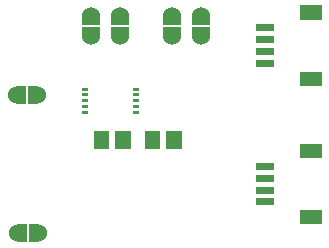
<source format=gbr>
G04 start of page 10 for group -4015 idx -4015 *
G04 Title: (unknown), toppaste *
G04 Creator: pcb 20140316 *
G04 CreationDate: Tue 26 Feb 2019 04:37:41 AM GMT UTC *
G04 For: railfan *
G04 Format: Gerber/RS-274X *
G04 PCB-Dimensions (mil): 1600.00 1600.00 *
G04 PCB-Coordinate-Origin: lower left *
%MOIN*%
%FSLAX25Y25*%
%LNTOPPASTE*%
%ADD65R,0.0100X0.0100*%
%ADD64R,0.0472X0.0472*%
%ADD63R,0.0236X0.0236*%
%ADD62R,0.0512X0.0512*%
%ADD61R,0.0300X0.0300*%
%ADD60C,0.0600*%
G54D60*X58100Y40000D03*
G54D61*X59600Y41500D02*Y38500D01*
G54D60*X64900Y40000D03*
G54D61*X63400Y41500D02*Y38500D01*
G54D60*X57700Y86000D03*
G54D61*X59200Y87500D02*Y84500D01*
G54D60*X64500Y86000D03*
G54D61*X63000Y87500D02*Y84500D01*
G54D62*X93043Y71393D02*Y70607D01*
X85957Y71393D02*Y70607D01*
G54D63*X138630Y96594D02*X142370D01*
X138630Y100531D02*X142370D01*
X138630Y104469D02*X142370D01*
X138630Y108406D02*X142370D01*
G54D64*X154575Y91476D02*X156937D01*
X154575Y113524D02*X156937D01*
G54D63*X138630Y50394D02*X142370D01*
X138630Y54331D02*X142370D01*
X138630Y58269D02*X142370D01*
X138630Y62206D02*X142370D01*
G54D64*X154575Y45276D02*X156937D01*
X154575Y67324D02*X156937D01*
G54D65*X79952Y88000D02*X80952D01*
X79952Y86032D02*X80952D01*
X79952Y84063D02*X80952D01*
X79952Y82094D02*X80952D01*
X79952Y80126D02*X80952D01*
X96952D02*X97952D01*
X96952Y82094D02*X97952D01*
X96952Y84063D02*X97952D01*
X96952Y86032D02*X97952D01*
X96952Y88000D02*X97952D01*
G54D60*X109500Y105600D03*
G54D61*X108000Y107100D02*X111000D01*
G54D60*X109500Y112400D03*
G54D61*X108000Y110900D02*X111000D01*
G54D60*X92000Y105600D03*
G54D61*X90500Y107100D02*X93500D01*
G54D60*X92000Y112400D03*
G54D61*X90500Y110900D02*X93500D01*
G54D60*X119000Y105600D03*
G54D61*X117500Y107100D02*X120500D01*
G54D60*X119000Y112400D03*
G54D61*X117500Y110900D02*X120500D01*
G54D60*X82500Y105600D03*
G54D61*X81000Y107100D02*X84000D01*
G54D60*X82500Y112400D03*
G54D61*X81000Y110900D02*X84000D01*
G54D62*X102957Y71393D02*Y70607D01*
X110043Y71393D02*Y70607D01*
M02*

</source>
